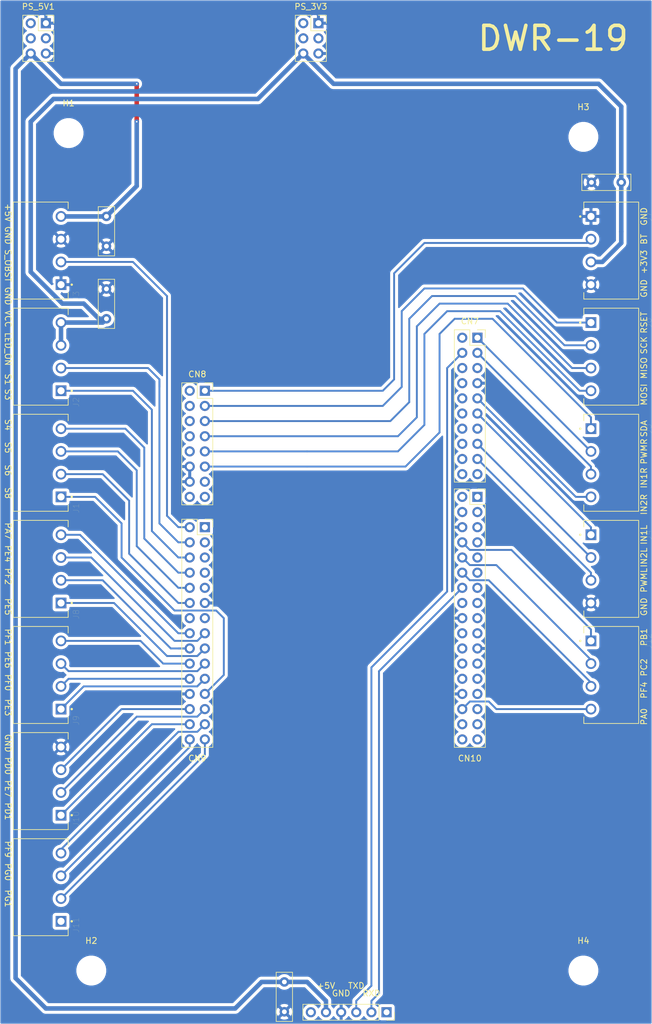
<source format=kicad_pcb>
(kicad_pcb (version 20171130) (host pcbnew "(5.1.10)-1")
  (layers (0 F.Cu signal) (31 B.Cu signal) (34 B.Paste user) (35 F.Paste user) (36 B.SilkS user) (37 F.SilkS user) (38 B.Mask user) (39 F.Mask user) (44 Edge.Cuts user))
  (net 0 "")
  (net 1 "Net-(Bluetooth1-Pad6)")
  (net 2 +5V)
  (net 3 GND)
  (net 4 PB15)
  (net 5 PB6)
  (net 6 "Net-(Bluetooth1-Pad1)")
  (net 7 PB4)
  (net 8 PF12)
  (net 9 PA4)
  (net 10 PD15)
  (net 11 PB3)
  (net 12 PD14)
  (net 13 PB5)
  (net 14 PA7)
  (net 15 PC7)
  (net 16 PA6)
  (net 17 PA15)
  (net 18 PA5)
  (net 19 PB12)
  (net 20 PB13)
  (net 21 AVDD)
  (net 22 PB9)
  (net 23 PC6)
  (net 24 PB8)
  (net 25 VIN)
  (net 26 PG3)
  (net 27 PG2)
  (net 28 PD2)
  (net 29 5V)
  (net 30 PC12)
  (net 31 3.3V)
  (net 32 PC11)
  (net 33 RSET)
  (net 34 PC10)
  (net 35 IOREF)
  (net 36 PC9)
  (net 37 NC)
  (net 38 PC8)
  (net 39 PG0)
  (net 40 PG1)
  (net 41 PD1)
  (net 42 PF9)
  (net 43 PD0)
  (net 44 PF8)
  (net 45 PF0)
  (net 46 PE3)
  (net 47 PF1)
  (net 48 PE6)
  (net 49 PF2)
  (net 50 PE5)
  (net 51 PE4)
  (net 52 PE2)
  (net 53 PF10)
  (net 54 PF5)
  (net 55 PD3)
  (net 56 PF3)
  (net 57 PD4)
  (net 58 PC3)
  (net 59 PD5)
  (net 60 PC0)
  (net 61 PD6)
  (net 62 PA3)
  (net 63 PD7)
  (net 64 PE0)
  (net 65 PB11)
  (net 66 PB0)
  (net 67 PB10)
  (net 68 PA0)
  (net 69 PE15)
  (net 70 PE14)
  (net 71 PE12)
  (net 72 PD11)
  (net 73 PE10)
  (net 74 PD12)
  (net 75 PD13)
  (net 76 PE7)
  (net 77 PE8)
  (net 78 PB2)
  (net 79 PG9)
  (net 80 PG14)
  (net 81 PF4)
  (net 82 PF15)
  (net 83 PC2)
  (net 84 PE13)
  (net 85 PB1)
  (net 86 PF14)
  (net 87 PE11)
  (net 88 AGND)
  (net 89 PE9)
  (net 90 PF13)
  (net 91 +3V3)
  (net 92 "Net-(PS_3V3-Pad4)")
  (net 93 "Net-(PS_3V3-Pad3)")
  (net 94 "Net-(PS_5V1-Pad4)")
  (net 95 "Net-(PS_5V1-Pad3)")
  (net 96 PF7)
  (net 97 "Net-(J11-Pad1)")
  (module MountingHole:MountingHole_4mm (layer F.Cu) (at 146.05 186.69)
    (fp_text reference H4 (at 0 -5) (layer F.SilkS))
    (fp_text value MountingHole)
    (pad 1 np_thru_hole circle (at 0 0) (size 4 4) (drill 4) (layers *.Cu *.Mask))
  )
  (module MountingHole:MountingHole_4mm (layer F.Cu) (at 146.05 46.99)
    (fp_text reference H3 (at 0 -5) (layer F.SilkS))
    (fp_text value MountingHole)
    (pad 1 np_thru_hole circle (at 0 0) (size 4 4) (drill 4) (layers *.Cu *.Mask))
  )
  (module MountingHole:MountingHole_4mm (layer F.Cu) (at 63.5 186.69)
    (fp_text reference H2 (at 0 -5) (layer F.SilkS))
    (fp_text value MountingHole)
    (pad 1 np_thru_hole circle (at 0 0) (size 4 4) (drill 4) (layers *.Cu *.Mask))
  )
  (module MountingHole:MountingHole_4mm (layer F.Cu) (at 59.69 46.355)
    (fp_text reference H1 (at 0 -5) (layer F.SilkS))
    (fp_text value MountingHole)
    (pad 1 np_thru_hole circle (at 0 0) (size 4 4) (drill 4) (layers *.Cu *.Mask))
  )
  (module Buchanan:TE_284513-4 (layer F.Cu) (at 58.42 172.72 90)
    (fp_text reference J11 (at -6.35 2.54 90) (layer F.SilkS) (effects (font (thickness 0.015))))
    (fp_text value Screw_Terminal_01x04 hide)
    (pad 4 thru_hole circle (at 5.715 0 90) (size 1.8 1.8) (drill 1.2) (layers *.Cu *.Mask) (net 42 PF9))
    (pad 3 thru_hole circle (at 1.905 0 90) (size 1.8 1.8) (drill 1.2) (layers *.Cu *.Mask) (net 39 PG0))
    (pad 2 thru_hole circle (at -1.905 0 90) (size 1.8 1.8) (drill 1.2) (layers *.Cu *.Mask) (net 40 PG1))
    (pad 1 thru_hole rect (at -5.715 0 90) (size 1.8 1.8) (drill 1.2) (layers *.Cu *.Mask) (net 97 "Net-(J11-Pad1)"))
  )
  (module Connector_PinSocket_2.54mm:PinSocket_2x17_P2.54mm_Vertical (layer F.Cu) (at 128.27 107.315)
    (fp_text reference CN10 (at -1.27 43.815) (layer F.SilkS))
    (fp_text value Conn_02x17_Odd_Even hide)
    (pad 34 thru_hole oval (at -2.54 40.64) (size 1.7 1.7) (drill 1) (layers *.Cu *.Mask) (net 64 PE0))
    (pad 33 thru_hole oval (at 0 40.64) (size 1.7 1.7) (drill 1) (layers *.Cu *.Mask) (net 65 PB11))
    (pad 32 thru_hole oval (at -2.54 38.1) (size 1.7 1.7) (drill 1) (layers *.Cu *.Mask) (net 66 PB0))
    (pad 31 thru_hole oval (at 0 38.1) (size 1.7 1.7) (drill 1) (layers *.Cu *.Mask) (net 67 PB10))
    (pad 30 thru_hole oval (at -2.54 35.56) (size 1.7 1.7) (drill 1) (layers *.Cu *.Mask) (net 68 PA0))
    (pad 29 thru_hole oval (at 0 35.56) (size 1.7 1.7) (drill 1) (layers *.Cu *.Mask) (net 69 PE15))
    (pad 28 thru_hole oval (at -2.54 33.02) (size 1.7 1.7) (drill 1) (layers *.Cu *.Mask) (net 3 GND))
    (pad 27 thru_hole oval (at 0 33.02) (size 1.7 1.7) (drill 1) (layers *.Cu *.Mask) (net 70 PE14))
    (pad 26 thru_hole oval (at -2.54 30.48) (size 1.7 1.7) (drill 1) (layers *.Cu *.Mask) (net 52 PE2))
    (pad 25 thru_hole oval (at 0 30.48) (size 1.7 1.7) (drill 1) (layers *.Cu *.Mask) (net 71 PE12))
    (pad 24 thru_hole oval (at -2.54 27.94) (size 1.7 1.7) (drill 1) (layers *.Cu *.Mask) (net 72 PD11))
    (pad 23 thru_hole oval (at 0 27.94) (size 1.7 1.7) (drill 1) (layers *.Cu *.Mask) (net 73 PE10))
    (pad 22 thru_hole oval (at -2.54 25.4) (size 1.7 1.7) (drill 1) (layers *.Cu *.Mask) (net 74 PD12))
    (pad 21 thru_hole oval (at 0 25.4) (size 1.7 1.7) (drill 1) (layers *.Cu *.Mask) (net 3 GND))
    (pad 20 thru_hole oval (at -2.54 22.86) (size 1.7 1.7) (drill 1) (layers *.Cu *.Mask) (net 75 PD13))
    (pad 19 thru_hole oval (at 0 22.86) (size 1.7 1.7) (drill 1) (layers *.Cu *.Mask) (net 76 PE7))
    (pad 18 thru_hole oval (at -2.54 20.32) (size 1.7 1.7) (drill 1) (layers *.Cu *.Mask) (net 3 GND))
    (pad 17 thru_hole oval (at 0 20.32) (size 1.7 1.7) (drill 1) (layers *.Cu *.Mask) (net 77 PE8))
    (pad 16 thru_hole oval (at -2.54 17.78) (size 1.7 1.7) (drill 1) (layers *.Cu *.Mask) (net 78 PB2))
    (pad 15 thru_hole oval (at 0 17.78) (size 1.7 1.7) (drill 1) (layers *.Cu *.Mask) (net 79 PG9))
    (pad 14 thru_hole oval (at -2.54 15.24) (size 1.7 1.7) (drill 1) (layers *.Cu *.Mask) (net 5 PB6))
    (pad 13 thru_hole oval (at 0 15.24) (size 1.7 1.7) (drill 1) (layers *.Cu *.Mask) (net 80 PG14))
    (pad 12 thru_hole oval (at -2.54 12.7) (size 1.7 1.7) (drill 1) (layers *.Cu *.Mask) (net 81 PF4))
    (pad 11 thru_hole oval (at 0 12.7) (size 1.7 1.7) (drill 1) (layers *.Cu *.Mask) (net 82 PF15))
    (pad 10 thru_hole oval (at -2.54 10.16) (size 1.7 1.7) (drill 1) (layers *.Cu *.Mask) (net 83 PC2))
    (pad 9 thru_hole oval (at 0 10.16) (size 1.7 1.7) (drill 1) (layers *.Cu *.Mask) (net 84 PE13))
    (pad 8 thru_hole oval (at -2.54 7.62) (size 1.7 1.7) (drill 1) (layers *.Cu *.Mask) (net 85 PB1))
    (pad 7 thru_hole oval (at 0 7.62) (size 1.7 1.7) (drill 1) (layers *.Cu *.Mask) (net 86 PF14))
    (pad 6 thru_hole oval (at -2.54 5.08) (size 1.7 1.7) (drill 1) (layers *.Cu *.Mask) (net 3 GND))
    (pad 5 thru_hole oval (at 0 5.08) (size 1.7 1.7) (drill 1) (layers *.Cu *.Mask) (net 87 PE11))
    (pad 4 thru_hole oval (at -2.54 2.54) (size 1.7 1.7) (drill 1) (layers *.Cu *.Mask) (net 88 AGND))
    (pad 3 thru_hole oval (at 0 2.54) (size 1.7 1.7) (drill 1) (layers *.Cu *.Mask) (net 89 PE9))
    (pad 2 thru_hole oval (at -2.54 0) (size 1.7 1.7) (drill 1) (layers *.Cu *.Mask) (net 21 AVDD))
    (pad 1 thru_hole rect (at 0 0) (size 1.7 1.7) (drill 1) (layers *.Cu *.Mask) (net 90 PF13))
  )
  (module Buchanan:TE_284513-4 (layer F.Cu) (at 147.32 137.16 270)
    (fp_text reference J12 (at -5.7 -9.635 90) (layer F.SilkS) (effects (font (thickness 0.015))))
    (fp_text value Screw_Terminal_01x04 hide)
    (pad 4 thru_hole circle (at 5.715 0 270) (size 1.8 1.8) (drill 1.2) (layers *.Cu *.Mask) (net 68 PA0))
    (pad 3 thru_hole circle (at 1.905 0 270) (size 1.8 1.8) (drill 1.2) (layers *.Cu *.Mask) (net 81 PF4))
    (pad 2 thru_hole circle (at -1.905 0 270) (size 1.8 1.8) (drill 1.2) (layers *.Cu *.Mask) (net 83 PC2))
    (pad 1 thru_hole rect (at -5.715 0 270) (size 1.8 1.8) (drill 1.2) (layers *.Cu *.Mask) (net 85 PB1))
  )
  (module Capacitor_THT:C_Disc_D8.0mm_W2.5mm_P5.00mm (layer F.Cu) (at 66.04 77.47 90)
    (fp_text reference C_SLINHA1 hide)
    (fp_text value C hide)
    (pad 2 thru_hole circle (at 5 0 90) (size 1.6 1.6) (drill 0.8) (layers *.Cu *.Mask) (net 3 GND))
    (pad 1 thru_hole circle (at 0 0 90) (size 1.6 1.6) (drill 0.8) (layers *.Cu *.Mask) (net 91 +3V3))
  )
  (module Capacitor_THT:C_Disc_D8.0mm_W2.5mm_P5.00mm (layer F.Cu) (at 66.04 60.31 270)
    (fp_text reference C_SOBST1 hide)
    (fp_text value C hide)
    (pad 2 thru_hole circle (at 5 0 270) (size 1.6 1.6) (drill 0.8) (layers *.Cu *.Mask) (net 3 GND))
    (pad 1 thru_hole circle (at 0 0 270) (size 1.6 1.6) (drill 0.8) (layers *.Cu *.Mask) (net 2 +5V))
  )
  (module Capacitor_THT:C_Disc_D8.0mm_W2.5mm_P5.00mm (layer F.Cu) (at 152.4 54.61 180)
    (fp_text reference C_RFID1 hide)
    (fp_text value C hide)
    (pad 2 thru_hole circle (at 5 0 180) (size 1.6 1.6) (drill 0.8) (layers *.Cu *.Mask) (net 3 GND))
    (pad 1 thru_hole circle (at 0 0 180) (size 1.6 1.6) (drill 0.8) (layers *.Cu *.Mask) (net 91 +3V3))
  )
  (module Capacitor_THT:C_Disc_D8.0mm_W2.5mm_P5.00mm (layer F.Cu) (at 95.885 188.595 270)
    (fp_text reference C_BLUE1 hide)
    (fp_text value C hide)
    (pad 2 thru_hole circle (at 5 0 270) (size 1.6 1.6) (drill 0.8) (layers *.Cu *.Mask) (net 3 GND))
    (pad 1 thru_hole circle (at 0 0 270) (size 1.6 1.6) (drill 0.8) (layers *.Cu *.Mask) (net 2 +5V))
  )
  (module Buchanan:TE_284513-4 (layer F.Cu) (at 58.42 154.94 90)
    (fp_text reference J10 (at -6.35 2.54 90) (layer F.SilkS) (effects (font (thickness 0.015))))
    (fp_text value Screw_Terminal_01x04 hide)
    (pad 4 thru_hole circle (at 5.715 0 90) (size 1.8 1.8) (drill 1.2) (layers *.Cu *.Mask) (net 3 GND))
    (pad 3 thru_hole circle (at 1.905 0 90) (size 1.8 1.8) (drill 1.2) (layers *.Cu *.Mask) (net 43 PD0))
    (pad 2 thru_hole circle (at -1.905 0 90) (size 1.8 1.8) (drill 1.2) (layers *.Cu *.Mask) (net 96 PF7))
    (pad 1 thru_hole rect (at -5.715 0 90) (size 1.8 1.8) (drill 1.2) (layers *.Cu *.Mask) (net 41 PD1))
  )
  (module Buchanan:TE_284513-4 (layer F.Cu) (at 58.42 137.16 90)
    (fp_text reference J9 (at -7.62 2.54 90) (layer F.SilkS) (effects (font (thickness 0.015))))
    (fp_text value Screw_Terminal_01x04 hide)
    (pad 4 thru_hole circle (at 5.715 0 90) (size 1.8 1.8) (drill 1.2) (layers *.Cu *.Mask) (net 47 PF1))
    (pad 3 thru_hole circle (at 1.905 0 90) (size 1.8 1.8) (drill 1.2) (layers *.Cu *.Mask) (net 48 PE6))
    (pad 2 thru_hole circle (at -1.905 0 90) (size 1.8 1.8) (drill 1.2) (layers *.Cu *.Mask) (net 45 PF0))
    (pad 1 thru_hole rect (at -5.715 0 90) (size 1.8 1.8) (drill 1.2) (layers *.Cu *.Mask) (net 46 PE3))
  )
  (module Buchanan:TE_284513-4 (layer F.Cu) (at 58.42 119.38 90)
    (fp_text reference J8 (at -7.62 2.54 90) (layer F.SilkS) (effects (font (thickness 0.015))))
    (fp_text value Screw_Terminal_01x04 hide)
    (pad 4 thru_hole circle (at 5.715 0 90) (size 1.8 1.8) (drill 1.2) (layers *.Cu *.Mask) (net 14 PA7))
    (pad 3 thru_hole circle (at 1.905 0 90) (size 1.8 1.8) (drill 1.2) (layers *.Cu *.Mask) (net 51 PE4))
    (pad 2 thru_hole circle (at -1.905 0 90) (size 1.8 1.8) (drill 1.2) (layers *.Cu *.Mask) (net 49 PF2))
    (pad 1 thru_hole rect (at -5.715 0 90) (size 1.8 1.8) (drill 1.2) (layers *.Cu *.Mask) (net 50 PE5))
  )
  (module Connector_PinSocket_2.54mm:PinSocket_2x03_P2.54mm_Vertical (layer F.Cu) (at 55.88 27.94)
    (fp_text reference PS_5V1 (at -1.27 -2.77) (layer F.SilkS))
    (fp_text value Screw_Terminal_02x03 hide)
    (pad 6 thru_hole oval (at -2.54 5.08) (size 1.7 1.7) (drill 1) (layers *.Cu *.Mask) (net 2 +5V))
    (pad 5 thru_hole oval (at 0 5.08) (size 1.7 1.7) (drill 1) (layers *.Cu *.Mask) (net 3 GND))
    (pad 4 thru_hole oval (at -2.54 2.54) (size 1.7 1.7) (drill 1) (layers *.Cu *.Mask) (net 94 "Net-(PS_5V1-Pad4)"))
    (pad 3 thru_hole oval (at 0 2.54) (size 1.7 1.7) (drill 1) (layers *.Cu *.Mask) (net 95 "Net-(PS_5V1-Pad3)"))
    (pad 2 thru_hole oval (at -2.54 0) (size 1.7 1.7) (drill 1) (layers *.Cu *.Mask) (net 2 +5V))
    (pad 1 thru_hole rect (at 0 0) (size 1.7 1.7) (drill 1) (layers *.Cu *.Mask) (net 3 GND))
  )
  (module Connector_PinSocket_2.54mm:PinSocket_2x03_P2.54mm_Vertical (layer F.Cu) (at 101.6 27.94)
    (fp_text reference PS_3V3 (at -1.27 -2.77) (layer F.SilkS))
    (fp_text value Screw_Terminal_02x03 hide)
    (pad 6 thru_hole oval (at -2.54 5.08) (size 1.7 1.7) (drill 1) (layers *.Cu *.Mask) (net 91 +3V3))
    (pad 5 thru_hole oval (at 0 5.08) (size 1.7 1.7) (drill 1) (layers *.Cu *.Mask) (net 3 GND))
    (pad 4 thru_hole oval (at -2.54 2.54) (size 1.7 1.7) (drill 1) (layers *.Cu *.Mask) (net 92 "Net-(PS_3V3-Pad4)"))
    (pad 3 thru_hole oval (at 0 2.54) (size 1.7 1.7) (drill 1) (layers *.Cu *.Mask) (net 93 "Net-(PS_3V3-Pad3)"))
    (pad 2 thru_hole oval (at -2.54 0) (size 1.7 1.7) (drill 1) (layers *.Cu *.Mask) (net 91 +3V3))
    (pad 1 thru_hole rect (at 0 0) (size 1.7 1.7) (drill 1) (layers *.Cu *.Mask) (net 3 GND))
  )
  (module Buchanan:TE_284513-4 (layer F.Cu) (at 147.32 66.04 270)
    (fp_text reference J7 (at -5.7 -9.635 90) (layer F.SilkS) (effects (font (thickness 0.015))))
    (fp_text value Screw_Terminal_01x04 hide)
    (pad 4 thru_hole circle (at 5.715 0 270) (size 1.8 1.8) (drill 1.2) (layers *.Cu *.Mask) (net 3 GND))
    (pad 3 thru_hole circle (at 1.905 0 270) (size 1.8 1.8) (drill 1.2) (layers *.Cu *.Mask) (net 91 +3V3))
    (pad 2 thru_hole circle (at -1.905 0 270) (size 1.8 1.8) (drill 1.2) (layers *.Cu *.Mask) (net 38 PC8))
    (pad 1 thru_hole rect (at -5.715 0 270) (size 1.8 1.8) (drill 1.2) (layers *.Cu *.Mask) (net 3 GND))
  )
  (module Buchanan:TE_284513-4 (layer F.Cu) (at 147.32 83.82 270)
    (fp_text reference J6 (at -5.7 -9.635 90) (layer F.SilkS) (effects (font (thickness 0.015))))
    (fp_text value Screw_Terminal_01x04 hide)
    (pad 1 thru_hole rect (at -5.715 0 270) (size 1.8 1.8) (drill 1.2) (layers *.Cu *.Mask) (net 36 PC9))
    (pad 2 thru_hole circle (at -1.905 0 270) (size 1.8 1.8) (drill 1.2) (layers *.Cu *.Mask) (net 34 PC10))
    (pad 3 thru_hole circle (at 1.905 0 270) (size 1.8 1.8) (drill 1.2) (layers *.Cu *.Mask) (net 32 PC11))
    (pad 4 thru_hole circle (at 5.715 0 270) (size 1.8 1.8) (drill 1.2) (layers *.Cu *.Mask) (net 30 PC12))
  )
  (module Buchanan:TE_284513-4 (layer F.Cu) (at 147.32 101.6 270)
    (fp_text reference J5 (at -5.7 -9.635 90) (layer F.SilkS) (effects (font (thickness 0.015))))
    (fp_text value Screw_Terminal_01x04 hide)
    (pad 1 thru_hole rect (at -5.715 0 270) (size 1.8 1.8) (drill 1.2) (layers *.Cu *.Mask) (net 28 PD2))
    (pad 2 thru_hole circle (at -1.905 0 270) (size 1.8 1.8) (drill 1.2) (layers *.Cu *.Mask) (net 24 PB8))
    (pad 3 thru_hole circle (at 1.905 0 270) (size 1.8 1.8) (drill 1.2) (layers *.Cu *.Mask) (net 22 PB9))
    (pad 4 thru_hole circle (at 5.715 0 270) (size 1.8 1.8) (drill 1.2) (layers *.Cu *.Mask) (net 18 PA5))
  )
  (module Buchanan:TE_284513-4 (layer F.Cu) (at 147.32 119.38 270)
    (fp_text reference J4 (at -5.7 -9.635 90) (layer F.SilkS) (effects (font (thickness 0.015))))
    (fp_text value Screw_Terminal_01x04 hide)
    (pad 1 thru_hole rect (at -5.715 0 270) (size 1.8 1.8) (drill 1.2) (layers *.Cu *.Mask) (net 16 PA6))
    (pad 2 thru_hole circle (at -1.905 0 270) (size 1.8 1.8) (drill 1.2) (layers *.Cu *.Mask) (net 12 PD14))
    (pad 3 thru_hole circle (at 1.905 0 270) (size 1.8 1.8) (drill 1.2) (layers *.Cu *.Mask) (net 10 PD15))
    (pad 4 thru_hole circle (at 5.715 0 270) (size 1.8 1.8) (drill 1.2) (layers *.Cu *.Mask) (net 3 GND))
  )
  (module Buchanan:TE_284513-4 (layer F.Cu) (at 58.42 66.04 90)
    (fp_text reference J3 (at -7.62 2.54 90) (layer F.SilkS) (effects (font (thickness 0.015))))
    (fp_text value Screw_Terminal_01x04 hide)
    (pad 4 thru_hole circle (at 5.715 0 90) (size 1.8 1.8) (drill 1.2) (layers *.Cu *.Mask) (net 2 +5V))
    (pad 3 thru_hole circle (at 1.905 0 90) (size 1.8 1.8) (drill 1.2) (layers *.Cu *.Mask) (net 3 GND))
    (pad 2 thru_hole circle (at -1.905 0 90) (size 1.8 1.8) (drill 1.2) (layers *.Cu *.Mask) (net 62 PA3))
    (pad 1 thru_hole rect (at -5.715 0 90) (size 1.8 1.8) (drill 1.2) (layers *.Cu *.Mask) (net 3 GND))
  )
  (module Buchanan:TE_284513-4 (layer F.Cu) (at 58.42 83.82 90)
    (fp_text reference J2 (at -7.62 2.54 90) (layer F.SilkS) (effects (font (thickness 0.015))))
    (fp_text value Screw_Terminal_01x04 hide)
    (pad 4 thru_hole circle (at 5.715 0 90) (size 1.8 1.8) (drill 1.2) (layers *.Cu *.Mask) (net 91 +3V3))
    (pad 3 thru_hole circle (at 1.905 0 90) (size 1.8 1.8) (drill 1.2) (layers *.Cu *.Mask) (net 91 +3V3))
    (pad 2 thru_hole circle (at -1.905 0 90) (size 1.8 1.8) (drill 1.2) (layers *.Cu *.Mask) (net 60 PC0))
    (pad 1 thru_hole rect (at -5.715 0 90) (size 1.8 1.8) (drill 1.2) (layers *.Cu *.Mask) (net 58 PC3))
  )
  (module Buchanan:TE_284513-4 (layer F.Cu) (at 58.42 101.6 90)
    (fp_text reference J1 (at -7.62 2.54 90) (layer F.SilkS) (effects (font (thickness 0.015))))
    (fp_text value Screw_Terminal_01x04 hide)
    (pad 4 thru_hole circle (at 5.715 0 90) (size 1.8 1.8) (drill 1.2) (layers *.Cu *.Mask) (net 56 PF3))
    (pad 3 thru_hole circle (at 1.905 0 90) (size 1.8 1.8) (drill 1.2) (layers *.Cu *.Mask) (net 54 PF5))
    (pad 2 thru_hole circle (at -1.905 0 90) (size 1.8 1.8) (drill 1.2) (layers *.Cu *.Mask) (net 53 PF10))
    (pad 1 thru_hole rect (at -5.715 0 90) (size 1.8 1.8) (drill 1.2) (layers *.Cu *.Mask) (net 44 PF8))
  )
  (module Connector_PinSocket_2.54mm:PinSocket_2x15_P2.54mm_Vertical (layer F.Cu) (at 82.55 112.395)
    (fp_text reference CN9 (at -1.27 38.735) (layer F.SilkS))
    (fp_text value Conn_02x15_Odd_Even hide)
    (pad 30 thru_hole oval (at -2.54 35.56) (size 1.7 1.7) (drill 1) (layers *.Cu *.Mask) (net 39 PG0))
    (pad 29 thru_hole oval (at 0 35.56) (size 1.7 1.7) (drill 1) (layers *.Cu *.Mask) (net 40 PG1))
    (pad 28 thru_hole oval (at -2.54 33.02) (size 1.7 1.7) (drill 1) (layers *.Cu *.Mask) (net 41 PD1))
    (pad 27 thru_hole oval (at 0 33.02) (size 1.7 1.7) (drill 1) (layers *.Cu *.Mask) (net 42 PF9))
    (pad 26 thru_hole oval (at -2.54 30.48) (size 1.7 1.7) (drill 1) (layers *.Cu *.Mask) (net 43 PD0))
    (pad 25 thru_hole oval (at 0 30.48) (size 1.7 1.7) (drill 1) (layers *.Cu *.Mask) (net 96 PF7))
    (pad 24 thru_hole oval (at -2.54 27.94) (size 1.7 1.7) (drill 1) (layers *.Cu *.Mask) (net 3 GND))
    (pad 23 thru_hole oval (at 0 27.94) (size 1.7 1.7) (drill 1) (layers *.Cu *.Mask) (net 44 PF8))
    (pad 22 thru_hole oval (at -2.54 25.4) (size 1.7 1.7) (drill 1) (layers *.Cu *.Mask) (net 45 PF0))
    (pad 21 thru_hole oval (at 0 25.4) (size 1.7 1.7) (drill 1) (layers *.Cu *.Mask) (net 46 PE3))
    (pad 20 thru_hole oval (at -2.54 22.86) (size 1.7 1.7) (drill 1) (layers *.Cu *.Mask) (net 47 PF1))
    (pad 19 thru_hole oval (at 0 22.86) (size 1.7 1.7) (drill 1) (layers *.Cu *.Mask) (net 48 PE6))
    (pad 18 thru_hole oval (at -2.54 20.32) (size 1.7 1.7) (drill 1) (layers *.Cu *.Mask) (net 49 PF2))
    (pad 17 thru_hole oval (at 0 20.32) (size 1.7 1.7) (drill 1) (layers *.Cu *.Mask) (net 50 PE5))
    (pad 16 thru_hole oval (at -2.54 17.78) (size 1.7 1.7) (drill 1) (layers *.Cu *.Mask) (net 14 PA7))
    (pad 15 thru_hole oval (at 0 17.78) (size 1.7 1.7) (drill 1) (layers *.Cu *.Mask) (net 51 PE4))
    (pad 14 thru_hole oval (at -2.54 15.24) (size 1.7 1.7) (drill 1) (layers *.Cu *.Mask) (net 37 NC))
    (pad 13 thru_hole oval (at 0 15.24) (size 1.7 1.7) (drill 1) (layers *.Cu *.Mask) (net 52 PE2))
    (pad 12 thru_hole oval (at -2.54 12.7) (size 1.7 1.7) (drill 1) (layers *.Cu *.Mask) (net 53 PF10))
    (pad 11 thru_hole oval (at 0 12.7) (size 1.7 1.7) (drill 1) (layers *.Cu *.Mask) (net 3 GND))
    (pad 10 thru_hole oval (at -2.54 10.16) (size 1.7 1.7) (drill 1) (layers *.Cu *.Mask) (net 54 PF5))
    (pad 9 thru_hole oval (at 0 10.16) (size 1.7 1.7) (drill 1) (layers *.Cu *.Mask) (net 55 PD3))
    (pad 8 thru_hole oval (at -2.54 7.62) (size 1.7 1.7) (drill 1) (layers *.Cu *.Mask) (net 56 PF3))
    (pad 7 thru_hole oval (at 0 7.62) (size 1.7 1.7) (drill 1) (layers *.Cu *.Mask) (net 57 PD4))
    (pad 6 thru_hole oval (at -2.54 5.08) (size 1.7 1.7) (drill 1) (layers *.Cu *.Mask) (net 58 PC3))
    (pad 5 thru_hole oval (at 0 5.08) (size 1.7 1.7) (drill 1) (layers *.Cu *.Mask) (net 59 PD5))
    (pad 4 thru_hole oval (at -2.54 2.54) (size 1.7 1.7) (drill 1) (layers *.Cu *.Mask) (net 60 PC0))
    (pad 3 thru_hole oval (at 0 2.54) (size 1.7 1.7) (drill 1) (layers *.Cu *.Mask) (net 61 PD6))
    (pad 2 thru_hole oval (at -2.54 0) (size 1.7 1.7) (drill 1) (layers *.Cu *.Mask) (net 62 PA3))
    (pad 1 thru_hole rect (at 0 0) (size 1.7 1.7) (drill 1) (layers *.Cu *.Mask) (net 63 PD7))
  )
  (module Connector_PinSocket_2.54mm:PinSocket_2x08_P2.54mm_Vertical (layer F.Cu) (at 82.55 89.535)
    (fp_text reference CN8 (at -1.27 -2.77) (layer F.SilkS))
    (fp_text value Conn_02x08_Odd_Even hide)
    (pad 16 thru_hole oval (at -2.54 17.78) (size 1.7 1.7) (drill 1) (layers *.Cu *.Mask) (net 25 VIN))
    (pad 15 thru_hole oval (at 0 17.78) (size 1.7 1.7) (drill 1) (layers *.Cu *.Mask) (net 26 PG3))
    (pad 14 thru_hole oval (at -2.54 15.24) (size 1.7 1.7) (drill 1) (layers *.Cu *.Mask) (net 3 GND))
    (pad 13 thru_hole oval (at 0 15.24) (size 1.7 1.7) (drill 1) (layers *.Cu *.Mask) (net 27 PG2))
    (pad 12 thru_hole oval (at -2.54 12.7) (size 1.7 1.7) (drill 1) (layers *.Cu *.Mask) (net 3 GND))
    (pad 11 thru_hole oval (at 0 12.7) (size 1.7 1.7) (drill 1) (layers *.Cu *.Mask) (net 28 PD2))
    (pad 10 thru_hole oval (at -2.54 10.16) (size 1.7 1.7) (drill 1) (layers *.Cu *.Mask) (net 29 5V))
    (pad 9 thru_hole oval (at 0 10.16) (size 1.7 1.7) (drill 1) (layers *.Cu *.Mask) (net 30 PC12))
    (pad 8 thru_hole oval (at -2.54 7.62) (size 1.7 1.7) (drill 1) (layers *.Cu *.Mask) (net 31 3.3V))
    (pad 7 thru_hole oval (at 0 7.62) (size 1.7 1.7) (drill 1) (layers *.Cu *.Mask) (net 32 PC11))
    (pad 6 thru_hole oval (at -2.54 5.08) (size 1.7 1.7) (drill 1) (layers *.Cu *.Mask) (net 33 RSET))
    (pad 5 thru_hole oval (at 0 5.08) (size 1.7 1.7) (drill 1) (layers *.Cu *.Mask) (net 34 PC10))
    (pad 4 thru_hole oval (at -2.54 2.54) (size 1.7 1.7) (drill 1) (layers *.Cu *.Mask) (net 35 IOREF))
    (pad 3 thru_hole oval (at 0 2.54) (size 1.7 1.7) (drill 1) (layers *.Cu *.Mask) (net 36 PC9))
    (pad 2 thru_hole oval (at -2.54 0) (size 1.7 1.7) (drill 1) (layers *.Cu *.Mask) (net 37 NC))
    (pad 1 thru_hole rect (at 0 0) (size 1.7 1.7) (drill 1) (layers *.Cu *.Mask) (net 38 PC8))
  )
  (module Connector_PinSocket_2.54mm:PinSocket_2x10_P2.54mm_Vertical (layer F.Cu) (at 128.27 80.645)
    (fp_text reference CN7 (at -1.27 -2.77) (layer F.SilkS))
    (fp_text value Conn_02x10_Odd_Even hide)
    (pad 20 thru_hole oval (at -2.54 22.86) (size 1.7 1.7) (drill 1) (layers *.Cu *.Mask) (net 7 PB4))
    (pad 19 thru_hole oval (at 0 22.86) (size 1.7 1.7) (drill 1) (layers *.Cu *.Mask) (net 8 PF12))
    (pad 18 thru_hole oval (at -2.54 20.32) (size 1.7 1.7) (drill 1) (layers *.Cu *.Mask) (net 9 PA4))
    (pad 17 thru_hole oval (at 0 20.32) (size 1.7 1.7) (drill 1) (layers *.Cu *.Mask) (net 10 PD15))
    (pad 16 thru_hole oval (at -2.54 17.78) (size 1.7 1.7) (drill 1) (layers *.Cu *.Mask) (net 11 PB3))
    (pad 15 thru_hole oval (at 0 17.78) (size 1.7 1.7) (drill 1) (layers *.Cu *.Mask) (net 12 PD14))
    (pad 14 thru_hole oval (at -2.54 15.24) (size 1.7 1.7) (drill 1) (layers *.Cu *.Mask) (net 13 PB5))
    (pad 13 thru_hole oval (at 0 15.24) (size 1.7 1.7) (drill 1) (layers *.Cu *.Mask) (net 14 PA7))
    (pad 12 thru_hole oval (at -2.54 12.7) (size 1.7 1.7) (drill 1) (layers *.Cu *.Mask) (net 15 PC7))
    (pad 11 thru_hole oval (at 0 12.7) (size 1.7 1.7) (drill 1) (layers *.Cu *.Mask) (net 16 PA6))
    (pad 10 thru_hole oval (at -2.54 10.16) (size 1.7 1.7) (drill 1) (layers *.Cu *.Mask) (net 17 PA15))
    (pad 9 thru_hole oval (at 0 10.16) (size 1.7 1.7) (drill 1) (layers *.Cu *.Mask) (net 18 PA5))
    (pad 8 thru_hole oval (at -2.54 7.62) (size 1.7 1.7) (drill 1) (layers *.Cu *.Mask) (net 19 PB12))
    (pad 7 thru_hole oval (at 0 7.62) (size 1.7 1.7) (drill 1) (layers *.Cu *.Mask) (net 3 GND))
    (pad 6 thru_hole oval (at -2.54 5.08) (size 1.7 1.7) (drill 1) (layers *.Cu *.Mask) (net 20 PB13))
    (pad 5 thru_hole oval (at 0 5.08) (size 1.7 1.7) (drill 1) (layers *.Cu *.Mask) (net 21 AVDD))
    (pad 4 thru_hole oval (at -2.54 2.54) (size 1.7 1.7) (drill 1) (layers *.Cu *.Mask) (net 4 PB15))
    (pad 3 thru_hole oval (at 0 2.54) (size 1.7 1.7) (drill 1) (layers *.Cu *.Mask) (net 22 PB9))
    (pad 2 thru_hole oval (at -2.54 0) (size 1.7 1.7) (drill 1) (layers *.Cu *.Mask) (net 23 PC6))
    (pad 1 thru_hole rect (at 0 0) (size 1.7 1.7) (drill 1) (layers *.Cu *.Mask) (net 24 PB8))
  )
  (module Connector_PinSocket_2.54mm:PinSocket_1x06_P2.54mm_Vertical (layer F.Cu) (at 113.03 193.675 270)
    (fp_text reference Bluetooth1 hide)
    (fp_text value Conn_01x06 hide)
    (pad 6 thru_hole oval (at 0 12.7 270) (size 1.7 1.7) (drill 1) (layers *.Cu *.Mask) (net 1 "Net-(Bluetooth1-Pad6)"))
    (pad 5 thru_hole oval (at 0 10.16 270) (size 1.7 1.7) (drill 1) (layers *.Cu *.Mask) (net 2 +5V))
    (pad 4 thru_hole oval (at 0 7.62 270) (size 1.7 1.7) (drill 1) (layers *.Cu *.Mask) (net 3 GND))
    (pad 3 thru_hole oval (at 0 5.08 270) (size 1.7 1.7) (drill 1) (layers *.Cu *.Mask) (net 4 PB15))
    (pad 2 thru_hole oval (at 0 2.54 270) (size 1.7 1.7) (drill 1) (layers *.Cu *.Mask) (net 5 PB6))
    (pad 1 thru_hole rect (at 0 0 270) (size 1.7 1.7) (drill 1) (layers *.Cu *.Mask) (net 6 "Net-(Bluetooth1-Pad1)"))
  )
  (gr_text PG1 (at 49.53 174.625 -90) (layer F.SilkS) (effects (font (size 1 1))))
  (gr_text DWR-19 (at 140.97 30.48) (layer F.SilkS) (effects (font (size 4 4) (thickness 0.6))))
  (gr_text PA0 (at 156.21 144.145 90) (layer F.SilkS) (effects (font (size 1 1))))
  (gr_text PF4 (at 156.21 139.7 90) (layer F.SilkS) (effects (font (size 1 1))))
  (gr_text PC2 (at 156.21 135.89 90) (layer F.SilkS) (effects (font (size 1 1))))
  (gr_text PB1 (at 156.21 130.81 90) (layer F.SilkS) (effects (font (size 1 1))))
  (gr_text GND (at 156.21 125.73 90) (layer F.SilkS) (effects (font (size 1 1))))
  (gr_text PWML (at 156.21 121.285 90) (layer F.SilkS) (effects (font (size 1 1))))
  (gr_text IN2L (at 156.21 117.475 90) (layer F.SilkS) (effects (font (size 1 1))))
  (gr_text IN1L (at 156.21 113.665 90) (layer F.SilkS) (effects (font (size 1 1))))
  (gr_text IN2R (at 156.21 108.585 90) (layer F.SilkS) (effects (font (size 1 1))))
  (gr_text IN1R (at 156.21 104.14 90) (layer F.SilkS) (effects (font (size 1 1))))
  (gr_text PWMR (at 156.21 99.695 90) (layer F.SilkS) (effects (font (size 1 1))))
  (gr_text SDA (at 156.21 95.885 90) (layer F.SilkS) (effects (font (size 1 1))))
  (gr_text MOSI (at 156.21 90.17 90) (layer F.SilkS) (effects (font (size 1 1))))
  (gr_text MISO (at 156.21 85.725 90) (layer F.SilkS) (effects (font (size 1 1))))
  (gr_text SCK (at 156.21 81.915 90) (layer F.SilkS) (effects (font (size 1 1))))
  (gr_text RSET (at 156.21 78.105 90) (layer F.SilkS) (effects (font (size 1 1))))
  (gr_text GND (at 156.21 72.39 90) (layer F.SilkS) (effects (font (size 1 1))))
  (gr_text "+3V3\n" (at 156.21 67.945 90) (layer F.SilkS) (effects (font (size 1 1))))
  (gr_text BT (at 156.21 64.135 90) (layer F.SilkS) (effects (font (size 1 1))))
  (gr_text GND (at 156.21 60.325 90) (layer F.SilkS) (effects (font (size 1 1))))
  (gr_text +5V (at 102.87 189.23) (layer F.SilkS) (effects (font (size 1 1))))
  (gr_text RXD (at 110.49 190.5) (layer F.SilkS) (effects (font (size 1 1))))
  (gr_text TXD (at 107.95 189.23) (layer F.SilkS) (effects (font (size 1 1))))
  (gr_text GND (at 105.41 190.5) (layer F.SilkS) (effects (font (size 1 1))))
  (gr_text PG0 (at 49.53 170.18 -90) (layer F.SilkS) (effects (font (size 1 1))))
  (gr_text PF9 (at 49.53 166.37 -90) (layer F.SilkS) (effects (font (size 1 1))))
  (gr_text PD1 (at 49.53 160.02 -90) (layer F.SilkS) (effects (font (size 1 1))))
  (gr_text PE7 (at 49.53 156.21 -90) (layer F.SilkS) (effects (font (size 1 1))))
  (gr_text PD0 (at 49.53 152.4 -90) (layer F.SilkS) (effects (font (size 1 1))))
  (gr_text GND (at 49.53 148.59 -90) (layer F.SilkS) (effects (font (size 1 1))))
  (gr_text PE3 (at 49.53 144.145 -90) (layer F.SilkS) (effects (font (size 1 1)) (justify right)))
  (gr_text PF0 (at 49.53 138.43 -90) (layer F.SilkS) (effects (font (size 1 1))))
  (gr_text PE6 (at 49.53 134.62 -90) (layer F.SilkS) (effects (font (size 1 1))))
  (gr_text PF1 (at 49.53 130.81 -90) (layer F.SilkS) (effects (font (size 1 1))))
  (gr_text PE5 (at 49.53 125.73 -90) (layer F.SilkS) (effects (font (size 1 1))))
  (gr_text PF2 (at 49.53 120.65 -90) (layer F.SilkS) (effects (font (size 1 1))))
  (gr_text PE4 (at 49.53 116.84 -90) (layer F.SilkS) (effects (font (size 1 1))))
  (gr_text PA7 (at 49.53 113.03 -90) (layer F.SilkS) (effects (font (size 1 1))))
  (gr_text S8 (at 49.53 106.68 270) (layer F.SilkS) (effects (font (size 1 1))))
  (gr_text S6 (at 49.53 102.87 270) (layer F.SilkS) (effects (font (size 1 1))))
  (gr_text S5 (at 49.53 99.06 270) (layer F.SilkS) (effects (font (size 1 1))))
  (gr_text S4 (at 49.53 95.25 270) (layer F.SilkS) (effects (font (size 1 1))))
  (gr_text S3 (at 49.53 90.17 270) (layer F.SilkS) (effects (font (size 1 1))))
  (gr_text S1 (at 49.53 87.63 270) (layer F.SilkS) (effects (font (size 1 1))))
  (gr_text LED_ON (at 49.53 82.55 270) (layer F.SilkS) (effects (font (size 1 1))))
  (gr_text VCC (at 49.53 77.47 270) (layer F.SilkS) (effects (font (size 1 1))))
  (gr_text GND (at 49.53 73.66 270) (layer F.SilkS) (effects (font (size 1 1))))
  (gr_text S_OBST (at 49.53 68.58 270) (layer F.SilkS) (effects (font (size 1 1))))
  (gr_text +5V (at 49.53 59.69 270) (layer F.SilkS) (effects (font (size 1 1))))
  (gr_text GND (at 49.53 63.5 270) (layer F.SilkS) (effects (font (size 1 1))))
  (segment (start 102.87 194.31) (end 102.87 193.675) (width 0.3175) (layer B.Cu) (net 2))
  (segment (start 102.87 193.675) (end 102.87 191.77) (width 0.762) (layer B.Cu) (net 2))
  (segment (start 99.695 188.595) (end 95.885 188.595) (width 0.762) (layer B.Cu) (net 2))
  (segment (start 102.87 191.77) (end 99.695 188.595) (width 0.762) (layer B.Cu) (net 2))
  (segment (start 66.025 60.325) (end 66.04 60.31) (width 0.762) (layer B.Cu) (net 2))
  (segment (start 58.42 60.325) (end 66.025 60.325) (width 0.762) (layer B.Cu) (net 2))
  (segment (start 66.04 60.31) (end 71.12 55.23) (width 0.762) (layer B.Cu) (net 2))
  (segment (start 71.12 55.23) (end 71.12 44.45) (width 0.762) (layer B.Cu) (net 2))
  (segment (start 71.12 44.45) (end 71.12 44.45) (width 0.762) (layer B.Cu) (net 2))
  (via (at 71.12 44.45) (size 0.762) (drill 0.254) (layers F.Cu B.Cu) (net 2))
  (via (at 71.12 38.1) (size 0.762) (drill 0.254) (layers F.Cu B.Cu) (net 2))
  (segment (start 71.12 44.45) (end 71.12 38.1) (width 0.762) (layer F.Cu) (net 2))
  (segment (start 58.42 38.1) (end 53.34 33.02) (width 0.762) (layer B.Cu) (net 2))
  (segment (start 71.12 38.1) (end 58.42 38.1) (width 0.762) (layer B.Cu) (net 2))
  (segment (start 50.8 35.56) (end 53.34 33.02) (width 0.762) (layer B.Cu) (net 2))
  (segment (start 50.8 187.96) (end 50.8 35.56) (width 0.762) (layer B.Cu) (net 2))
  (segment (start 55.88 193.04) (end 50.8 187.96) (width 0.762) (layer B.Cu) (net 2))
  (segment (start 87.63 193.04) (end 55.88 193.04) (width 0.762) (layer B.Cu) (net 2))
  (segment (start 92.075 188.595) (end 87.63 193.04) (width 0.762) (layer B.Cu) (net 2))
  (segment (start 95.885 188.595) (end 92.075 188.595) (width 0.762) (layer B.Cu) (net 2))
  (segment (start 147.32 125.095) (end 147.32 124.46) (width 0.3175) (layer B.Cu) (net 3))
  (segment (start 125.73 83.185) (end 125.73 83.82) (width 0.3175) (layer B.Cu) (net 4))
  (segment (start 123.19 85.725) (end 125.73 83.185) (width 0.3175) (layer B.Cu) (net 4))
  (segment (start 123.19 123.19) (end 123.19 85.725) (width 0.3175) (layer B.Cu) (net 4))
  (segment (start 110.49 135.89) (end 123.19 123.19) (width 0.3175) (layer B.Cu) (net 4))
  (segment (start 110.49 189.23) (end 110.49 135.89) (width 0.3175) (layer B.Cu) (net 4))
  (segment (start 107.95 191.77) (end 110.49 189.23) (width 0.3175) (layer B.Cu) (net 4))
  (segment (start 107.95 193.675) (end 107.95 191.77) (width 0.3175) (layer B.Cu) (net 4))
  (segment (start 111.76 136.525) (end 125.73 122.555) (width 0.3175) (layer B.Cu) (net 5))
  (segment (start 111.76 190.5) (end 111.76 136.525) (width 0.3175) (layer B.Cu) (net 5))
  (segment (start 110.49 191.77) (end 111.76 190.5) (width 0.3175) (layer B.Cu) (net 5))
  (segment (start 110.49 193.675) (end 110.49 191.77) (width 0.3175) (layer B.Cu) (net 5))
  (segment (start 128.941128 100.965) (end 128.27 100.965) (width 0.3175) (layer B.Cu) (net 10))
  (segment (start 147.32 120.015) (end 128.27 100.965) (width 0.3175) (layer B.Cu) (net 10))
  (segment (start 147.32 121.285) (end 147.32 120.015) (width 0.3175) (layer B.Cu) (net 10))
  (segment (start 147.32 117.475) (end 128.27 98.425) (width 0.3175) (layer B.Cu) (net 12))
  (segment (start 78.105 130.175) (end 80.01 130.175) (width 0.3175) (layer B.Cu) (net 14))
  (segment (start 61.595 113.665) (end 78.105 130.175) (width 0.3175) (layer B.Cu) (net 14))
  (segment (start 58.42 113.665) (end 61.595 113.665) (width 0.3175) (layer B.Cu) (net 14))
  (segment (start 128.27 93.98) (end 128.27 93.345) (width 0.3175) (layer B.Cu) (net 16))
  (segment (start 147.32 112.395) (end 128.27 93.345) (width 0.3175) (layer B.Cu) (net 16))
  (segment (start 147.32 113.665) (end 147.32 112.395) (width 0.3175) (layer B.Cu) (net 16))
  (segment (start 144.78 107.315) (end 128.27 90.805) (width 0.3175) (layer B.Cu) (net 18))
  (segment (start 144.78 107.315) (end 147.32 107.315) (width 0.3175) (layer B.Cu) (net 18))
  (segment (start 147.32 102.235) (end 128.27 83.185) (width 0.3175) (layer B.Cu) (net 22))
  (segment (start 147.32 103.505) (end 147.32 102.235) (width 0.3175) (layer B.Cu) (net 22))
  (segment (start 147.32 99.695) (end 128.27 80.645) (width 0.3175) (layer B.Cu) (net 24))
  (segment (start 116.205 102.235) (end 99.695 102.235) (width 0.3175) (layer B.Cu) (net 28))
  (segment (start 121.92 96.52) (end 116.205 102.235) (width 0.3175) (layer B.Cu) (net 28))
  (segment (start 121.92 80.01) (end 121.92 96.52) (width 0.3175) (layer B.Cu) (net 28))
  (segment (start 124.46 77.47) (end 121.92 80.01) (width 0.3175) (layer B.Cu) (net 28))
  (segment (start 130.81 77.47) (end 124.46 77.47) (width 0.3175) (layer B.Cu) (net 28))
  (segment (start 99.695 102.235) (end 82.55 102.235) (width 0.3175) (layer B.Cu) (net 28))
  (segment (start 147.32 95.885) (end 146.685 95.885) (width 0.3175) (layer B.Cu) (net 28))
  (segment (start 146.685 95.885) (end 147.32 95.25) (width 0.3175) (layer B.Cu) (net 28))
  (segment (start 147.32 93.98) (end 130.81 77.47) (width 0.3175) (layer B.Cu) (net 28))
  (segment (start 147.32 95.25) (end 147.32 93.98) (width 0.3175) (layer B.Cu) (net 28))
  (segment (start 114.935 99.695) (end 99.695 99.695) (width 0.3175) (layer B.Cu) (net 30))
  (segment (start 119.38 95.25) (end 114.935 99.695) (width 0.3175) (layer B.Cu) (net 30))
  (segment (start 119.38 80.01) (end 119.38 95.25) (width 0.3175) (layer B.Cu) (net 30))
  (segment (start 123.19 76.2) (end 119.38 80.01) (width 0.3175) (layer B.Cu) (net 30))
  (segment (start 99.695 99.695) (end 82.55 99.695) (width 0.3175) (layer B.Cu) (net 30))
  (segment (start 132.08 76.2) (end 123.19 76.2) (width 0.3175) (layer B.Cu) (net 30))
  (segment (start 145.415 89.535) (end 132.08 76.2) (width 0.3175) (layer B.Cu) (net 30))
  (segment (start 147.32 89.535) (end 145.415 89.535) (width 0.3175) (layer B.Cu) (net 30))
  (segment (start 144.145 85.725) (end 147.32 85.725) (width 0.3175) (layer B.Cu) (net 32))
  (segment (start 133.35 74.93) (end 144.145 85.725) (width 0.3175) (layer B.Cu) (net 32))
  (segment (start 121.92 74.93) (end 133.35 74.93) (width 0.3175) (layer B.Cu) (net 32))
  (segment (start 118.11 78.74) (end 121.92 74.93) (width 0.3175) (layer B.Cu) (net 32))
  (segment (start 118.11 93.98) (end 118.11 78.74) (width 0.3175) (layer B.Cu) (net 32))
  (segment (start 114.935 97.155) (end 118.11 93.98) (width 0.3175) (layer B.Cu) (net 32))
  (segment (start 82.55 97.155) (end 114.935 97.155) (width 0.3175) (layer B.Cu) (net 32))
  (segment (start 142.875 81.915) (end 147.32 81.915) (width 0.3175) (layer B.Cu) (net 34))
  (segment (start 134.62 73.66) (end 142.875 81.915) (width 0.3175) (layer B.Cu) (net 34))
  (segment (start 120.65 73.66) (end 134.62 73.66) (width 0.3175) (layer B.Cu) (net 34))
  (segment (start 116.84 77.47) (end 120.65 73.66) (width 0.3175) (layer B.Cu) (net 34))
  (segment (start 116.84 91.44) (end 116.84 77.47) (width 0.3175) (layer B.Cu) (net 34))
  (segment (start 113.665 94.615) (end 116.84 91.44) (width 0.3175) (layer B.Cu) (net 34))
  (segment (start 82.55 94.615) (end 113.665 94.615) (width 0.3175) (layer B.Cu) (net 34))
  (segment (start 141.605 78.105) (end 147.32 78.105) (width 0.3175) (layer B.Cu) (net 36))
  (segment (start 119.38 72.39) (end 135.89 72.39) (width 0.3175) (layer B.Cu) (net 36))
  (segment (start 115.57 76.2) (end 119.38 72.39) (width 0.3175) (layer B.Cu) (net 36))
  (segment (start 115.57 88.9) (end 115.57 76.2) (width 0.3175) (layer B.Cu) (net 36))
  (segment (start 112.395 92.075) (end 115.57 88.9) (width 0.3175) (layer B.Cu) (net 36))
  (segment (start 135.89 72.39) (end 141.605 78.105) (width 0.3175) (layer B.Cu) (net 36))
  (segment (start 82.55 92.075) (end 112.395 92.075) (width 0.3175) (layer B.Cu) (net 36))
  (segment (start 114.3 87.63) (end 114.3 69.85) (width 0.3175) (layer B.Cu) (net 38))
  (segment (start 114.3 69.85) (end 119.38 64.77) (width 0.3175) (layer B.Cu) (net 38))
  (segment (start 112.395 89.535) (end 114.3 87.63) (width 0.3175) (layer B.Cu) (net 38))
  (segment (start 82.55 89.535) (end 112.395 89.535) (width 0.3175) (layer B.Cu) (net 38))
  (segment (start 146.685 64.77) (end 147.32 64.135) (width 0.3175) (layer B.Cu) (net 38))
  (segment (start 119.38 64.77) (end 146.685 64.77) (width 0.3175) (layer B.Cu) (net 38))
  (segment (start 80.01 149.225) (end 58.42 170.815) (width 0.3175) (layer B.Cu) (net 39))
  (segment (start 80.01 147.955) (end 80.01 149.225) (width 0.3175) (layer B.Cu) (net 39))
  (segment (start 82.55 150.495) (end 58.42 174.625) (width 0.3175) (layer B.Cu) (net 40))
  (segment (start 82.55 147.955) (end 82.55 150.495) (width 0.3175) (layer B.Cu) (net 40))
  (segment (start 73.66 145.415) (end 58.42 160.655) (width 0.3175) (layer B.Cu) (net 41))
  (segment (start 80.01 145.415) (end 73.66 145.415) (width 0.3175) (layer B.Cu) (net 41))
  (segment (start 82.55 145.415) (end 81.915 145.415) (width 0.3175) (layer B.Cu) (net 42))
  (segment (start 58.42 166.37) (end 58.42 167.005) (width 0.3175) (layer B.Cu) (net 42))
  (segment (start 81.287249 146.677751) (end 78.112249 146.677751) (width 0.3175) (layer B.Cu) (net 42))
  (segment (start 78.112249 146.677751) (end 58.42 166.37) (width 0.3175) (layer B.Cu) (net 42))
  (segment (start 82.55 145.415) (end 81.287249 146.677751) (width 0.3175) (layer B.Cu) (net 42))
  (segment (start 68.58 142.875) (end 58.42 153.035) (width 0.3175) (layer B.Cu) (net 43))
  (segment (start 80.01 142.875) (end 68.58 142.875) (width 0.3175) (layer B.Cu) (net 43))
  (segment (start 64.135 107.315) (end 68.58 111.76) (width 0.3175) (layer B.Cu) (net 44))
  (segment (start 82.55 140.335) (end 81.915 140.335) (width 0.3175) (layer B.Cu) (net 44))
  (segment (start 68.58 111.76) (end 68.58 117.475) (width 0.3175) (layer B.Cu) (net 44))
  (segment (start 77.462751 126.357751) (end 84.447751 126.357751) (width 0.3175) (layer B.Cu) (net 44))
  (segment (start 68.58 117.475) (end 77.462751 126.357751) (width 0.3175) (layer B.Cu) (net 44))
  (segment (start 84.447751 126.357751) (end 85.725 127.635) (width 0.3175) (layer B.Cu) (net 44))
  (segment (start 85.725 137.16) (end 82.55 140.335) (width 0.3175) (layer B.Cu) (net 44))
  (segment (start 85.725 127.635) (end 85.725 137.16) (width 0.3175) (layer B.Cu) (net 44))
  (segment (start 64.135 107.315) (end 58.42 107.315) (width 0.3175) (layer B.Cu) (net 44))
  (segment (start 59.69 137.795) (end 58.42 139.065) (width 0.3175) (layer B.Cu) (net 45))
  (segment (start 80.01 137.795) (end 59.69 137.795) (width 0.3175) (layer B.Cu) (net 45))
  (segment (start 81.287249 139.057751) (end 82.55 137.795) (width 0.3175) (layer B.Cu) (net 46))
  (segment (start 81.272751 139.072249) (end 82.55 137.795) (width 0.3175) (layer B.Cu) (net 46))
  (segment (start 62.222751 139.072249) (end 58.42 142.875) (width 0.3175) (layer B.Cu) (net 46))
  (segment (start 81.272751 139.072249) (end 62.222751 139.072249) (width 0.3175) (layer B.Cu) (net 46))
  (segment (start 75.565 135.255) (end 80.01 135.255) (width 0.3175) (layer B.Cu) (net 47))
  (segment (start 71.755 131.445) (end 75.565 135.255) (width 0.3175) (layer B.Cu) (net 47))
  (segment (start 71.755 131.445) (end 58.42 131.445) (width 0.3175) (layer B.Cu) (net 47))
  (segment (start 59.682751 136.517751) (end 58.42 135.255) (width 0.3175) (layer B.Cu) (net 48))
  (segment (start 81.287249 136.517751) (end 59.682751 136.517751) (width 0.3175) (layer B.Cu) (net 48))
  (segment (start 82.55 135.255) (end 81.287249 136.517751) (width 0.3175) (layer B.Cu) (net 48))
  (segment (start 79.375 132.715) (end 80.01 132.715) (width 0.3175) (layer B.Cu) (net 49))
  (segment (start 78.105 132.715) (end 80.01 132.715) (width 0.3175) (layer B.Cu) (net 49))
  (segment (start 76.835 132.715) (end 80.01 132.715) (width 0.3175) (layer B.Cu) (net 49))
  (segment (start 65.405 121.285) (end 76.835 132.715) (width 0.3175) (layer B.Cu) (net 49))
  (segment (start 65.405 121.285) (end 58.42 121.285) (width 0.3175) (layer B.Cu) (net 49))
  (segment (start 81.287249 133.977751) (end 82.55 132.715) (width 0.3175) (layer B.Cu) (net 50))
  (segment (start 67.31 125.095) (end 76.2 133.985) (width 0.3175) (layer B.Cu) (net 50))
  (segment (start 81.28 133.985) (end 82.55 132.715) (width 0.3175) (layer B.Cu) (net 50))
  (segment (start 76.2 133.985) (end 81.28 133.985) (width 0.3175) (layer B.Cu) (net 50))
  (segment (start 67.31 125.095) (end 58.42 125.095) (width 0.3175) (layer B.Cu) (net 50))
  (segment (start 81.287249 131.437751) (end 82.55 130.175) (width 0.3175) (layer B.Cu) (net 51))
  (segment (start 77.462751 131.437751) (end 81.287249 131.437751) (width 0.3175) (layer B.Cu) (net 51))
  (segment (start 63.5 117.475) (end 77.462751 131.437751) (width 0.3175) (layer B.Cu) (net 51))
  (segment (start 63.5 117.475) (end 58.42 117.475) (width 0.3175) (layer B.Cu) (net 51))
  (segment (start 80.01 125.095) (end 78.105 125.095) (width 0.3175) (layer B.Cu) (net 53))
  (segment (start 78.105 125.095) (end 69.85 116.84) (width 0.3175) (layer B.Cu) (net 53))
  (segment (start 69.85 116.84) (end 69.85 107.95) (width 0.3175) (layer B.Cu) (net 53))
  (segment (start 69.85 107.95) (end 65.405 103.505) (width 0.3175) (layer B.Cu) (net 53))
  (segment (start 58.42 103.505) (end 65.405 103.505) (width 0.3175) (layer B.Cu) (net 53))
  (segment (start 71.12 102.87) (end 67.945 99.695) (width 0.3175) (layer B.Cu) (net 54))
  (segment (start 71.12 115.57) (end 71.12 102.87) (width 0.3175) (layer B.Cu) (net 54))
  (segment (start 78.105 122.555) (end 71.12 115.57) (width 0.3175) (layer B.Cu) (net 54))
  (segment (start 80.01 122.555) (end 78.105 122.555) (width 0.3175) (layer B.Cu) (net 54))
  (segment (start 67.945 99.695) (end 58.42 99.695) (width 0.3175) (layer B.Cu) (net 54))
  (segment (start 69.215 95.885) (end 58.42 95.885) (width 0.3175) (layer B.Cu) (net 56))
  (segment (start 72.39 114.3) (end 72.39 99.06) (width 0.3175) (layer B.Cu) (net 56))
  (segment (start 78.105 120.015) (end 72.39 114.3) (width 0.3175) (layer B.Cu) (net 56))
  (segment (start 72.39 99.06) (end 69.215 95.885) (width 0.3175) (layer B.Cu) (net 56))
  (segment (start 80.01 120.015) (end 78.105 120.015) (width 0.3175) (layer B.Cu) (net 56))
  (segment (start 70.485 89.535) (end 58.42 89.535) (width 0.3175) (layer B.Cu) (net 58))
  (segment (start 73.66 92.71) (end 70.485 89.535) (width 0.3175) (layer B.Cu) (net 58))
  (segment (start 73.66 113.03) (end 73.66 92.71) (width 0.3175) (layer B.Cu) (net 58))
  (segment (start 78.105 117.475) (end 73.66 113.03) (width 0.3175) (layer B.Cu) (net 58))
  (segment (start 80.01 117.475) (end 78.105 117.475) (width 0.3175) (layer B.Cu) (net 58))
  (segment (start 80.01 114.935) (end 78.105 114.935) (width 0.3175) (layer B.Cu) (net 60))
  (segment (start 78.105 114.935) (end 76.2 113.03) (width 0.3175) (layer B.Cu) (net 60))
  (segment (start 74.93 111.76) (end 74.93 87.63) (width 0.3175) (layer B.Cu) (net 60))
  (segment (start 74.93 111.76) (end 76.2 113.03) (width 0.3175) (layer B.Cu) (net 60))
  (segment (start 73.025 85.725) (end 74.93 87.63) (width 0.3175) (layer B.Cu) (net 60))
  (segment (start 74.93 87.63) (end 74.93 88.9) (width 0.3175) (layer B.Cu) (net 60))
  (segment (start 73.025 85.725) (end 58.42 85.725) (width 0.3175) (layer B.Cu) (net 60))
  (segment (start 78.105 112.395) (end 80.01 112.395) (width 0.3175) (layer B.Cu) (net 62))
  (segment (start 76.2 110.49) (end 78.105 112.395) (width 0.3175) (layer B.Cu) (net 62))
  (segment (start 76.2 73.66) (end 76.2 110.49) (width 0.3175) (layer B.Cu) (net 62))
  (segment (start 70.485 67.945) (end 76.2 73.66) (width 0.3175) (layer B.Cu) (net 62))
  (segment (start 70.485 67.945) (end 58.42 67.945) (width 0.3175) (layer B.Cu) (net 62))
  (segment (start 127 141.605) (end 125.73 142.875) (width 0.3175) (layer B.Cu) (net 68))
  (segment (start 130.175 141.605) (end 127 141.605) (width 0.3175) (layer B.Cu) (net 68))
  (segment (start 131.445 142.875) (end 130.175 141.605) (width 0.3175) (layer B.Cu) (net 68))
  (segment (start 131.445 142.875) (end 147.32 142.875) (width 0.3175) (layer B.Cu) (net 68))
  (segment (start 127.642249 121.292249) (end 127.635 121.285) (width 0.3175) (layer B.Cu) (net 81))
  (segment (start 127 121.285) (end 125.73 120.015) (width 0.3175) (layer B.Cu) (net 81))
  (segment (start 127.635 121.285) (end 127 121.285) (width 0.3175) (layer B.Cu) (net 81))
  (segment (start 127.635 121.285) (end 130.175 121.285) (width 0.3175) (layer B.Cu) (net 81))
  (segment (start 147.32 138.43) (end 147.32 139.065) (width 0.3175) (layer B.Cu) (net 81))
  (segment (start 130.175 121.285) (end 147.32 138.43) (width 0.3175) (layer B.Cu) (net 81))
  (segment (start 125.73 117.475) (end 127 118.745) (width 0.3175) (layer B.Cu) (net 83))
  (segment (start 127 118.745) (end 131.445 118.745) (width 0.3175) (layer B.Cu) (net 83))
  (segment (start 147.32 134.62) (end 147.32 135.255) (width 0.3175) (layer B.Cu) (net 83))
  (segment (start 131.445 118.745) (end 147.32 134.62) (width 0.3175) (layer B.Cu) (net 83))
  (segment (start 127 116.205) (end 125.73 114.935) (width 0.3175) (layer B.Cu) (net 85))
  (segment (start 133.985 116.205) (end 127 116.205) (width 0.3175) (layer B.Cu) (net 85))
  (segment (start 133.985 116.205) (end 147.32 129.54) (width 0.3175) (layer B.Cu) (net 85))
  (segment (start 147.32 129.54) (end 147.32 131.445) (width 0.3175) (layer B.Cu) (net 85))
  (segment (start 152.4 62.865) (end 152.4 54.61) (width 0.762) (layer B.Cu) (net 91))
  (segment (start 152.4 41.91) (end 152.4 54.61) (width 0.762) (layer B.Cu) (net 91))
  (segment (start 148.59 38.1) (end 152.4 41.91) (width 0.762) (layer B.Cu) (net 91))
  (segment (start 148.59 38.1) (end 104.14 38.1) (width 0.762) (layer B.Cu) (net 91))
  (segment (start 104.14 38.1) (end 99.06 33.02) (width 0.762) (layer B.Cu) (net 91))
  (segment (start 91.44 40.64) (end 93.98 38.1) (width 0.762) (layer B.Cu) (net 91))
  (segment (start 93.98 38.1) (end 99.06 33.02) (width 0.762) (layer B.Cu) (net 91))
  (segment (start 65.405 78.105) (end 66.04 77.47) (width 0.762) (layer B.Cu) (net 91))
  (segment (start 58.42 78.105) (end 65.405 78.105) (width 0.762) (layer B.Cu) (net 91))
  (segment (start 66.04 77.47) (end 64.77 77.47) (width 0.762) (layer B.Cu) (net 91))
  (segment (start 64.77 77.47) (end 62.23 74.93) (width 0.762) (layer B.Cu) (net 91))
  (segment (start 58.651998 74.93) (end 53.34 69.618002) (width 0.762) (layer B.Cu) (net 91))
  (segment (start 62.23 74.93) (end 58.651998 74.93) (width 0.762) (layer B.Cu) (net 91))
  (segment (start 53.34 69.618002) (end 53.34 44.45) (width 0.762) (layer B.Cu) (net 91))
  (segment (start 57.15 40.64) (end 91.44 40.64) (width 0.762) (layer B.Cu) (net 91))
  (segment (start 53.34 44.45) (end 57.15 40.64) (width 0.762) (layer B.Cu) (net 91))
  (segment (start 58.42 78.105) (end 58.42 81.915) (width 0.762) (layer B.Cu) (net 91))
  (segment (start 147.32 67.945) (end 149.225 67.945) (width 0.762) (layer B.Cu) (net 91))
  (segment (start 152.4 64.77) (end 152.4 62.865) (width 0.762) (layer B.Cu) (net 91))
  (segment (start 149.225 67.945) (end 152.4 64.77) (width 0.762) (layer B.Cu) (net 91))
  (segment (start 71.127249 144.137751) (end 58.42 156.845) (width 0.3175) (layer B.Cu) (net 96))
  (segment (start 81.287249 144.137751) (end 71.127249 144.137751) (width 0.3175) (layer B.Cu) (net 96))
  (segment (start 82.55 142.875) (end 81.287249 144.137751) (width 0.3175) (layer B.Cu) (net 96))
  (zone (net 3) (net_name GND) (layer B.Cu) (connect_pads (clearance 0.508)) (min_thickness 0.254) (fill yes (arc_segments 32) (thermal_gap 0.508) (thermal_bridge_width 0.508))
    (polygon (pts (xy 157.48 195.58) (xy 48.26 195.58) (xy 48.26 24.13) (xy 157.48 24.13)))
  )
)
</source>
